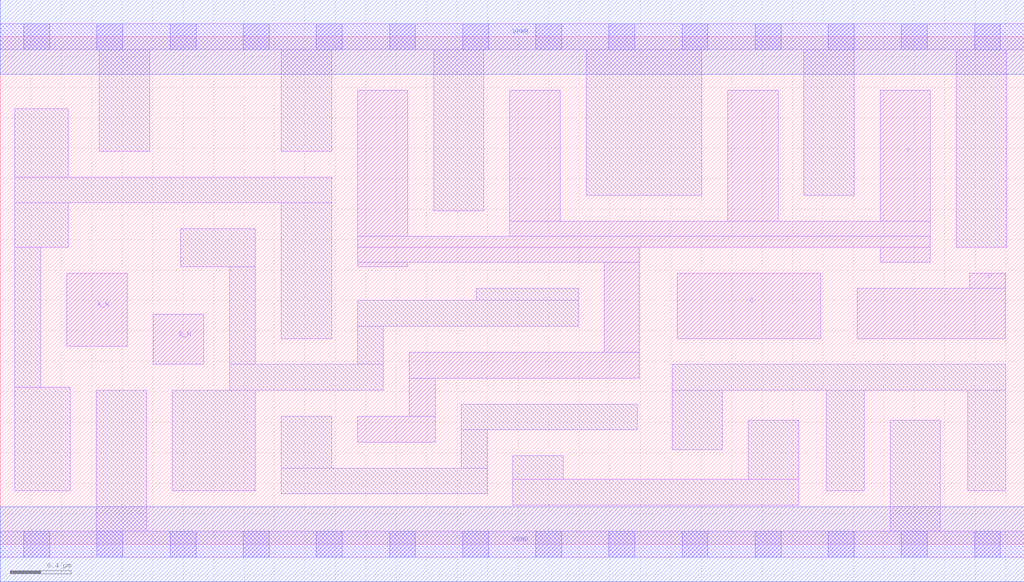
<source format=lef>
# Copyright 2020 The SkyWater PDK Authors
#
# Licensed under the Apache License, Version 2.0 (the "License");
# you may not use this file except in compliance with the License.
# You may obtain a copy of the License at
#
#     https://www.apache.org/licenses/LICENSE-2.0
#
# Unless required by applicable law or agreed to in writing, software
# distributed under the License is distributed on an "AS IS" BASIS,
# WITHOUT WARRANTIES OR CONDITIONS OF ANY KIND, either express or implied.
# See the License for the specific language governing permissions and
# limitations under the License.
#
# SPDX-License-Identifier: Apache-2.0

VERSION 5.7 ;
  NAMESCASESENSITIVE ON ;
  NOWIREEXTENSIONATPIN ON ;
  DIVIDERCHAR "/" ;
  BUSBITCHARS "[]" ;
UNITS
  DATABASE MICRONS 200 ;
END UNITS
MACRO sky130_fd_sc_ms__nand4bb_2
  CLASS CORE ;
  SOURCE USER ;
  FOREIGN sky130_fd_sc_ms__nand4bb_2 ;
  ORIGIN  0.000000  0.000000 ;
  SIZE  6.720000 BY  3.330000 ;
  SYMMETRY X Y ;
  SITE unit ;
  PIN A_N
    ANTENNAGATEAREA  0.276000 ;
    DIRECTION INPUT ;
    USE SIGNAL ;
    PORT
      LAYER li1 ;
        RECT 0.435000 1.300000 0.835000 1.780000 ;
    END
  END A_N
  PIN B_N
    ANTENNAGATEAREA  0.276000 ;
    DIRECTION INPUT ;
    USE SIGNAL ;
    PORT
      LAYER li1 ;
        RECT 1.005000 1.180000 1.335000 1.510000 ;
    END
  END B_N
  PIN C
    ANTENNAGATEAREA  0.625200 ;
    DIRECTION INPUT ;
    USE SIGNAL ;
    PORT
      LAYER li1 ;
        RECT 4.445000 1.350000 5.385000 1.780000 ;
    END
  END C
  PIN D
    ANTENNAGATEAREA  0.625200 ;
    DIRECTION INPUT ;
    USE SIGNAL ;
    PORT
      LAYER li1 ;
        RECT 5.625000 1.350000 6.595000 1.680000 ;
        RECT 6.365000 1.680000 6.595000 1.780000 ;
    END
  END D
  PIN Y
    ANTENNADIFFAREA  1.480100 ;
    DIRECTION OUTPUT ;
    USE SIGNAL ;
    PORT
      LAYER li1 ;
        RECT 2.345000 0.670000 2.855000 0.840000 ;
        RECT 2.345000 1.820000 2.675000 1.850000 ;
        RECT 2.345000 1.850000 4.195000 1.950000 ;
        RECT 2.345000 1.950000 6.105000 2.020000 ;
        RECT 2.345000 2.020000 2.675000 2.980000 ;
        RECT 2.685000 0.840000 2.855000 1.090000 ;
        RECT 2.685000 1.090000 4.195000 1.260000 ;
        RECT 3.345000 2.020000 6.105000 2.120000 ;
        RECT 3.345000 2.120000 3.675000 2.980000 ;
        RECT 3.965000 1.260000 4.195000 1.850000 ;
        RECT 4.775000 2.120000 5.105000 2.980000 ;
        RECT 5.775000 1.850000 6.105000 1.950000 ;
        RECT 5.775000 2.120000 6.105000 2.980000 ;
    END
  END Y
  PIN VGND
    DIRECTION INOUT ;
    USE GROUND ;
    PORT
      LAYER met1 ;
        RECT 0.000000 -0.245000 6.720000 0.245000 ;
    END
  END VGND
  PIN VPWR
    DIRECTION INOUT ;
    USE POWER ;
    PORT
      LAYER met1 ;
        RECT 0.000000 3.085000 6.720000 3.575000 ;
    END
  END VPWR
  OBS
    LAYER li1 ;
      RECT 0.000000 -0.085000 6.720000 0.085000 ;
      RECT 0.000000  3.245000 6.720000 3.415000 ;
      RECT 0.095000  0.350000 0.460000 1.030000 ;
      RECT 0.095000  1.030000 0.265000 1.950000 ;
      RECT 0.095000  1.950000 0.445000 2.240000 ;
      RECT 0.095000  2.240000 2.175000 2.410000 ;
      RECT 0.095000  2.410000 0.445000 2.860000 ;
      RECT 0.630000  0.085000 0.960000 1.010000 ;
      RECT 0.650000  2.580000 0.980000 3.245000 ;
      RECT 1.130000  0.350000 1.675000 1.010000 ;
      RECT 1.185000  1.820000 1.675000 2.070000 ;
      RECT 1.505000  1.010000 2.515000 1.180000 ;
      RECT 1.505000  1.180000 1.675000 1.820000 ;
      RECT 1.845000  0.330000 3.195000 0.500000 ;
      RECT 1.845000  0.500000 2.175000 0.840000 ;
      RECT 1.845000  1.350000 2.175000 2.240000 ;
      RECT 1.845000  2.580000 2.175000 3.245000 ;
      RECT 2.345000  1.180000 2.515000 1.430000 ;
      RECT 2.345000  1.430000 3.795000 1.600000 ;
      RECT 2.845000  2.190000 3.175000 3.245000 ;
      RECT 3.025000  0.500000 3.195000 0.750000 ;
      RECT 3.025000  0.750000 4.180000 0.920000 ;
      RECT 3.125000  1.600000 3.795000 1.680000 ;
      RECT 3.365000  0.255000 5.240000 0.425000 ;
      RECT 3.365000  0.425000 3.695000 0.580000 ;
      RECT 3.845000  2.290000 4.605000 3.245000 ;
      RECT 4.410000  0.620000 4.740000 1.010000 ;
      RECT 4.410000  1.010000 6.600000 1.180000 ;
      RECT 4.910000  0.425000 5.240000 0.815000 ;
      RECT 5.275000  2.290000 5.605000 3.245000 ;
      RECT 5.420000  0.350000 5.670000 1.010000 ;
      RECT 5.840000  0.085000 6.170000 0.815000 ;
      RECT 6.275000  1.950000 6.605000 3.245000 ;
      RECT 6.350000  0.350000 6.600000 1.010000 ;
    LAYER mcon ;
      RECT 0.155000 -0.085000 0.325000 0.085000 ;
      RECT 0.155000  3.245000 0.325000 3.415000 ;
      RECT 0.635000 -0.085000 0.805000 0.085000 ;
      RECT 0.635000  3.245000 0.805000 3.415000 ;
      RECT 1.115000 -0.085000 1.285000 0.085000 ;
      RECT 1.115000  3.245000 1.285000 3.415000 ;
      RECT 1.595000 -0.085000 1.765000 0.085000 ;
      RECT 1.595000  3.245000 1.765000 3.415000 ;
      RECT 2.075000 -0.085000 2.245000 0.085000 ;
      RECT 2.075000  3.245000 2.245000 3.415000 ;
      RECT 2.555000 -0.085000 2.725000 0.085000 ;
      RECT 2.555000  3.245000 2.725000 3.415000 ;
      RECT 3.035000 -0.085000 3.205000 0.085000 ;
      RECT 3.035000  3.245000 3.205000 3.415000 ;
      RECT 3.515000 -0.085000 3.685000 0.085000 ;
      RECT 3.515000  3.245000 3.685000 3.415000 ;
      RECT 3.995000 -0.085000 4.165000 0.085000 ;
      RECT 3.995000  3.245000 4.165000 3.415000 ;
      RECT 4.475000 -0.085000 4.645000 0.085000 ;
      RECT 4.475000  3.245000 4.645000 3.415000 ;
      RECT 4.955000 -0.085000 5.125000 0.085000 ;
      RECT 4.955000  3.245000 5.125000 3.415000 ;
      RECT 5.435000 -0.085000 5.605000 0.085000 ;
      RECT 5.435000  3.245000 5.605000 3.415000 ;
      RECT 5.915000 -0.085000 6.085000 0.085000 ;
      RECT 5.915000  3.245000 6.085000 3.415000 ;
      RECT 6.395000 -0.085000 6.565000 0.085000 ;
      RECT 6.395000  3.245000 6.565000 3.415000 ;
  END
END sky130_fd_sc_ms__nand4bb_2

</source>
